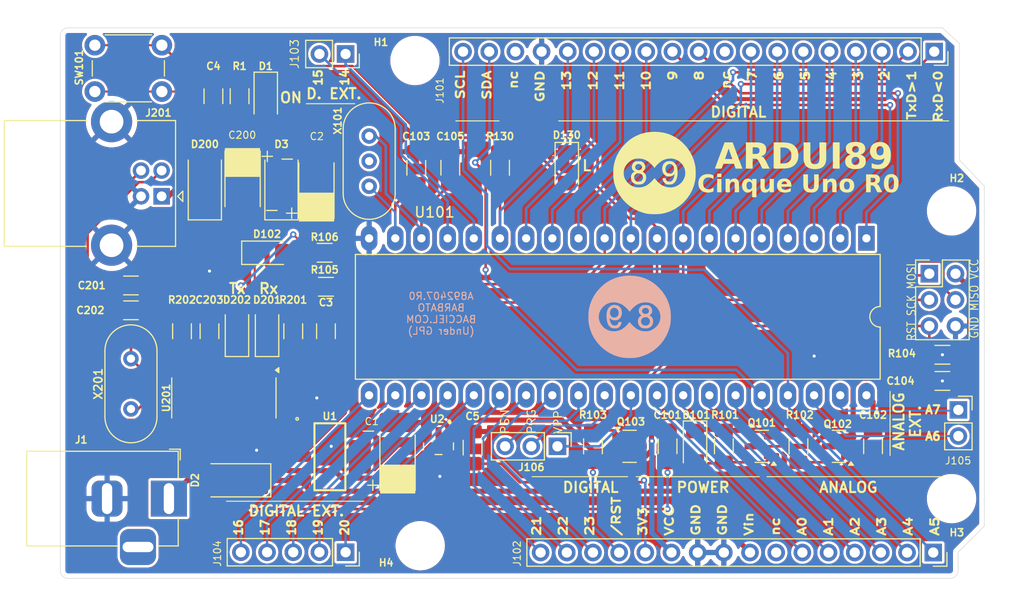
<source format=kicad_pcb>
(kicad_pcb (version 20240108) (generator "pcbnew") (generator_version "8.0")
  (title_block (title "Ardui89 Cinque  Uno") (date "2024-05-21") (rev "0") (company "C. BARBATO") (comment 1 "A892407"))
  (layers (0 "F.Cu" signal) (31 "B.Cu" signal) (34 "B.Paste" user) (35 "F.Paste" user) (36 "B.SilkS" user "B.Silkscreen") (37 "F.SilkS" user "F.Silkscreen") (38 "B.Mask" user) (39 "F.Mask" user) (44 "Edge.Cuts" user))
  (net 0 "")
  (net 1 "VCC")
  (net 2 "GND")
  (net 3 "/RESET")
  (net 4 "Net-(U201-XI)")
  (net 5 "Net-(U201-V3)")
  (net 6 "Net-(U201-XO)")
  (net 7 "/D9")
  (net 8 "/D13")
  (net 9 "/D12")
  (net 10 "/D8")
  (net 11 "/D10")
  (net 12 "/D11")
  (net 13 "/D7")
  (net 14 "/D1")
  (net 15 "/D0")
  (net 16 "/D5")
  (net 17 "/D4")
  (net 18 "/D6")
  (net 19 "/D2")
  (net 20 "/D3")
  (net 21 "/A2")
  (net 22 "/A3")
  (net 23 "/A1")
  (net 24 "/A0")
  (net 25 "/D+")
  (net 26 "/D-")
  (net 27 "/Tx")
  (net 28 "/Rx")
  (net 33 "Net-(Q102-C)")
  (net 35 "/D21")
  (net 36 "/D20")
  (net 37 "/D22")
  (net 38 "/3.3V")
  (net 39 "Net-(D3-A)")
  (net 40 "/A4_SDA")
  (net 41 "/A5_SCL")
  (net 42 "Net-(D1-A)")
  (net 43 "Net-(D200-A)")
  (net 45 "/Vin")
  (net 46 "Net-(D2-A)")
  (net 47 "Net-(D130-A)")
  (net 48 "/{slash}RST")
  (net 49 "Net-(D101-A)")
  (net 53 "Net-(U101-XTAL2)")
  (net 54 "Net-(U101-XTAL1)")
  (net 55 "Net-(D201-A)")
  (net 56 "/D14")
  (net 57 "/D15")
  (net 58 "/D23")
  (net 59 "/D17")
  (net 60 "/D18")
  (net 61 "/D19")
  (net 62 "/D16")
  (net 63 "/A6")
  (net 64 "/A7")
  (net 65 "Net-(J106-Pin_1)")
  (net 66 "Net-(J106-Pin_2)")
  (net 67 "Net-(J106-Pin_3)")
  (net 68 "/RTS")
  (net 69 "Net-(Q101-C)")
  (net 70 "Net-(Q103-B)")
  (net 72 "Net-(D202-A)")
  (net 73 "Net-(D102-A)")
  (footprint "Crystal:Crystal_HC49-4H_Vertical" (layer "F.Cu") (at 109.484 109.474 -90)
    (property "Reference" "X201")
    (property "Value" "12MHz")
  )
  (footprint "BACKCIEL:Ardu89_Uno_Analog_Power_Connector" (layer "F.Cu") (at 187.335 128.397 -90)
    (property "Reference" "J102")
    (property "Value" "Conn_01x16" (hide yes))
  )
  (footprint "Resistor_SMD:R_1206_3216Metric_Pad1.30x1.75mm_HandSolder" (layer "F.Cu") (at 154.315 117.983 -90)
    (property "Reference" "R103")
    (property "Value" "1k")
  )
  (footprint "Resistor_SMD:R_1206_3216Metric_Pad1.30x1.75mm_HandSolder" (layer "F.Cu") (at 128.28 99.187 180)
    (property "Reference" "R106")
    (property "Value" "1K")
  )
  (footprint "Package_TO_SOT_SMD:SOT-23" (layer "F.Cu") (at 157.871 117.983)
    (property "Reference" "Q103")
    (property "Value" "BC858 (S8050)")
  )
  (footprint "Button_Switch_THT:SW_PUSH_6mm" (layer "F.Cu") (at 105.98 79.03)
    (property "Reference" "SW101")
    (property "Value" "SW_Push")
  )
  (footprint "Capacitor_SMD:C_1206_3216Metric_Pad1.33x1.80mm_HandSolder" (layer "F.Cu") (at 161.554 117.983 -90)
    (property "Reference" "C101")
    (property "Value" "1µ")
  )
  (footprint "MountingHole:MountingHole_4.3mm_M4_DIN965" (layer "F.Cu") (at 189.113 95.123)
    (property "Reference" "H2")
    (property "Value" "MountingHole")
  )
  (footprint "Connector_PinSocket_2.54mm:PinSocket_1x02_P2.54mm_Vertical" (layer "F.Cu") (at 189.773 114.447)
    (property "Reference" "J105")
    (property "Value" "Extented Port")
  )
  (footprint "Package_DIP:DIP-40_W15.24mm_LongPads" (layer "F.Cu") (at 180.853 97.785 -90)
    (property "Reference" "U101")
    (property "Value" "89C5x")
  )
  (footprint "BACKCIEL:Crystal_HC49-U-3PinB_Vertical" (layer "F.Cu") (at 132.598 87.847 -90)
    (property "Reference" "X101")
    (property "Value" "11.0592MHz")
  )
  (footprint "Connector_PinHeader_2.54mm:PinHeader_1x03_P2.54mm_Vertical" (layer "F.Cu") (at 150.871 117.983 -90)
    (property "Reference" "J106")
    (property "Value" "Conn_01x03")
  )
  (footprint "Diode_SMD:D_MELF" (layer "F.Cu") (at 116.653 92.581125 90)
    (property "Reference" "D200")
    (property "Value" "SM34")
  )
  (footprint "Diode_SMD:D_1206_3216Metric_Pad1.42x1.75mm_HandSolder" (layer "F.Cu") (at 122.692 99.187)
    (property "Reference" "D102")
    (property "Value" "1N5819W")
  )
  (footprint "PRJ:SOT95P280X145-5N" (layer "F.Cu") (at 139.329 117.983 -90)
    (property "Reference" "U2")
    (property "Value" "LP2985-33DBVR")
  )
  (footprint "MountingHole:MountingHole_4.3mm_M4_DIN965" (layer "F.Cu") (at 189.113 123.063)
    (property "Reference" "H3")
    (property "Value" "MountingHole")
  )
  (footprint "Package_SO:SOIC-16_3.9x9.9mm_P1.27mm" (layer "F.Cu") (at 118.501 113.284 -90)
    (property "Reference" "U201")
    (property "Value" "CH340G")
  )
  (footprint "BACKCIEL:Ardu89_Uno_Digital_Connector" (layer "F.Cu") (at 187.325 79.629 -90)
    (property "Reference" "J101")
    (property "Value" "Conn_01x19" (hide yes))
  )
  (footprint "Connector_PinSocket_2.54mm:PinSocket_1x02_P2.54mm_Vertical" (layer "F.Cu") (at 130.312 79.883 -90)
    (property "Reference" "J103")
    (property "Value" "Extented Port")
  )
  (footprint "Resistor_SMD:R_1206_3216Metric_Pad1.30x1.75mm_HandSolder" (layer "F.Cu") (at 120.025 83.9835 90)
    (property "Reference" "R1")
    (property "Value" "1K")
  )
  (footprint "Package_TO_SOT_SMD:SOT-23" (layer "F.Cu") (at 170.698 117.983 180)
    (property "Reference" "Q101")
    (property "Value" "BC858 (S8050)")
  )
  (footprint "Resistor_SMD:R_1206_3216Metric_Pad1.30x1.75mm_HandSolder" (layer "F.Cu") (at 114.437 106.807 -90)
    (property "Reference" "R202")
    (property "Value" "1k")
  )
  (footprint "Capacitor_SMD:C_1206_3216Metric_Pad1.33x1.80mm_HandSolder" (layer "F.Cu") (at 188.224 111.633 180)
    (property "Reference" "C104")
    (property "Value" "100n")
  )
  (footprint "Diode_SMD:D_MELF" (layer "F.Cu") (at 124.089 92.583 90)
    (property "Reference" "D3")
    (property "Value" "SM34")
  )
  (footprint "Capacitor_SMD:C_1206_3216Metric_Pad1.33x1.80mm_HandSolder" (layer "F.Cu") (at 109.484 104.775 180)
    (property "Reference" "C202")
    (property "Value" "27p")
  )
  (footprint "Resistor_SMD:R_1206_3216Metric_Pad1.30x1.75mm_HandSolder" (layer "F.Cu") (at 167.015 117.983 -90)
    (property "Reference" "R101")
    (property "Value" "1k")
  )
  (footprint "BACKCIEL:C_2512_Pol_Tantale_Trainning" (layer "F.Cu") (at 135.519 118.999 90)
    (property "Reference" "C1")
    (property "Value" "10µ")
  )
  (footprint "Resistor_SMD:R_1206_3216Metric_Pad1.30x1.75mm_HandSolder" (layer "F.Cu") (at 188.224 109.093 180)
    (property "Reference" "R104")
    (property "Value" "10K")
  )
  (footprint "Diode_SMD:D_1206_3216Metric_Pad1.42x1.75mm_HandSolder" (layer "F.Cu") (at 122.565 84.1105 -90)
    (property "Reference" "D1")
    (property "Value" "LED")
  )
  (footprint "Connector_PinHeader_2.54mm:PinHeader_2x03_P2.54mm_Vertical" (layer "F.Cu") (at 186.954 101.219)
    (property "Reference" "ICSP101" (hide yes))
    (property "Value" "M20-9980346")
  )
  (footprint "Connector_PinSocket_2.54mm:PinSocket_1x05_P2.54mm_Vertical" (layer "F.Cu") (at 130.312 128.27 -90)
    (property "Reference" "J104")
    (property "Value" "Extended Port")
  )
  (footprint "Diode_SMD:D_1206_3216Metric_Pad1.42x1.75mm_HandSolder" (layer "F.Cu") (at 151.775 90.932 -90)
    (property "Reference" "D130")
    (property "Value" "BUILTIN_LED")
  )
  (footprint "Diode_SMD:D_1206_3216Metric_Pad1.42x1.75mm_HandSolder" (layer "F.Cu") (at 122.692 106.807 90)
    (property "Reference" "D201")
    (property "Value" "Rx LED")
  )
  (footprint "Resistor_SMD:R_1206_3216Metric_Pad1.30x1.75mm_HandSolder" (layer "F.Cu") (at 128.407 102.489 180)
    (property "Reference" "R105")
    (property "Value" "1K")
  )
  (footprint "Diode_SMD:D_1206_3216Metric_Pad1.42x1.75mm_HandSolder" (layer "F.Cu") (at 119.771 106.807 90)
    (property "Reference" "D202")
    (property "Value" "Tx LED")
  )
  (footprint "Diode_SMD:D_MELF" (layer "F.Cu") (at 119.644 121.285 180)
    (property "Reference" "D2")
    (property "Value" "SM34")
  )
  (footprint "Capacitor_SMD:C_1206_3216Metric_Pad1.33x1.80mm_HandSolder" (layer "F.Cu") (at 140.472 90.932 90)
    (property "Reference" "C105")
    (property "Value" "22p")
  )
  (footprint "Capacitor_SMD:C_1206_3216Metric_Pad1.33x1.80mm_HandSolder" (layer "F.Cu") (at 117.104 106.807 90)
    (property "Reference" "C203")
    (property "Value" "100n")
  )
  (footprint "Diode_SMD:D_1206_3216Metric_Pad1.42x1.75mm_HandSolder" (layer "F.Cu") (at 164.221 117.983 -90)
    (property "Reference" "D101")
    (property "Value" "1N5819W")
  )
  (footprint "Resistor_SMD:R_1206_3216Metric_Pad1.30x1.75mm_HandSolder" (layer "F.Cu") (at 174.254 117.983 90)
    (property "Reference" "R102")
    (property "Value" "4k7")
  )
  (footprint "PRJ:ardu89_logo_8mmx8mm" (layer "F.Cu") (at 160.284 91.44)
    (property "Reference" "G***" (hide yes))
    (property "Value" "LOGO" (hide yes))
  )
  (footprint "Capacitor_SMD:C_1206_3216Metric_Pad1.33x1.80mm_HandSolder" (layer "F.Cu") (at 181.493 117.983 -90)
    (property "Reference" "C102")
    (property "Value" "100n")
  )
  (footprint "BACKCIEL:C_2512_Pol_Tantale_Trainning" (layer "F.Cu") (at 127.645 92.583 90)
    (property "Reference" "C2")
    (property "Value" "10µ")
  )
  (footprint "Capacitor_SMD:C_1206_3216Metric_Pad1.33x1.80mm_HandSolder" (layer "F.Cu") (at 109.484 102.362 180)
    (property "Reference" "C201")
    (property "Value" "27p")
  )
  (footprint "Resistor_SMD:R_1206_3216Metric_Pad1.30x1.75mm_HandSolder" (layer "F.Cu") (at 145.298 90.932 -90)
    (property "Reference" "R130")
    (property "Value" "1k")
  )
  (footprint "Package_TO_SOT_SMD:SOT-23" (layer "F.Cu") (at 178.191 117.983 180)
    (property "Reference" "Q102")
    (property "Value" "MMBTA2907")
  )
  (footprint "LD1117S50TR:SOT230P700X180-4N" (layer "F.Cu") (at 128.788 118.999)
    (property "Reference" "U1")
    (property "Value" "LD1117S50TR")
  )
  (footprint "Capacitor_SMD:C_1206_3216Metric_Pad1.33x1.80mm_HandSolder" (layer "F.Cu") (at 137.17 90.932 90)
    (property "Reference" "C103")
    (property "Value" "22p")
  )
  (footprint "BACKCIEL:C_2512_Pol_Tantale_Trainning" (layer "F.Cu") (at 120.152 92.583 -90)
    (property "Reference" "C200")
    (property "Value" "10µ")
  )
  (footprint "Resistor_SMD:R_1206_3216Metric_Pad1.30x1.75mm_HandSolder" (layer "F.Cu") (at 125.232 106.807 90)
    (property "Reference" "R201")
    (property "Value" "1k")
  )
  (footprint "Capacitor_SMD:C_1206_3216Metric_Pad1.33x1.80mm_HandSolder" (layer "F.Cu") (at 142.631 118.11 90)
    (property "Reference" "C5")
    (property "Value" "100n")
  )
  (footprint "MountingHole:MountingHole_4.3mm_M4_DIN965" (layer "F.Cu") (at 137.043 80.518)
    (property "Reference" "H1")
    (property "Value" "Mounting Hole 4.3mm")
  )
  (footprint "Connector_USB:USB_B_Lumberg_2411_02_Horizontal" (layer "F.Cu") (at 112.4615 93.704491 180)
    (property "Reference" "J201")
    (property "Value" "USB_TYPE_B")
  )
  (footprint "Capacitor_SMD:C_1206_3216Metric_Pad1.33x1.80mm_HandSolder" (layer "F.Cu") (at 128.407 106.805491 -90)
    (property "Reference" "C3")
    (property "Value" "100n")
  )
  (footprint "MountingHole:MountingHole_4.3mm_M4_DIN965" (layer "F.Cu") (at 137.551 127.635)
    (property "Reference" "H4")
    (property "Value" "MountingHole")
  )
  (footprint "Connector_BarrelJack:BarrelJack_Horizontal" (layer "F.Cu") (at 113.167 123.061491)
    (property "Reference" "J1")
    (property "Value" "Jack-DC")
  )
  (footprint "Capacitor_SMD:C_1206_3216Metric_Pad1.33x1.80mm_HandSolder" (layer "F.Cu") (at 117.485 83.985009 -90)
    (property "Reference" "C4")
    (property "Value" "100n")
  )
  (footprint "PRJ:ardu89_logo_8mmx8mm" (layer "B.Cu") (at 157.871 105.41 180)
    (property "Reference" "G***" (hide yes))
    (property "Value" "LOGO" (hide yes))
  )
  (gr_line (start 118.755 123.317) (end 132.09 123.317) (stroke (width 0.1)) (layer "F.SilkS"))
  (gr_line (start 183.144 118.872) (end 183.144 112.649) (stroke (width 0.1)) (layer "F.SilkS"))
  (gr_line (start 126.502 84.709) (end 131.201 84.709) (stroke (width 0.1)) (layer "F.SilkS"))
  (gr_line (start 189.748 128.27) (end 189.748 130.048) (stroke (width 0.05)) (layer "Edge.Cuts"))
  (gr_arc (start 189.748 130.048) (mid 189.511464 130.58823) (end 188.96512 130.810278) (stroke (width 0.05)) (layer "Edge.Cuts"))
  (gr_line (start 102.626 130.048) (end 102.626 78.105) (stroke (width 0.05)) (layer "Edge.Cuts"))
  (gr_line (start 188.224 77.343) (end 189.875 78.867) (stroke (width 0.05)) (layer "Edge.Cuts"))
  (gr_line (start 189.875 90.17) (end 192.288 92.71) (stroke (width 0.05)) (layer "Edge.Cuts"))
  (gr_arc (start 103.388 130.81) (mid 102.849185 130.586815) (end 102.626 130.048) (stroke (width 0.05)) (layer "Edge.Cuts"))
  (gr_line (start 192.288 125.73) (end 189.748 128.27) (stroke (width 0.05)) (layer "Edge.Cuts"))
  (gr_line (start 103.388 77.343) (end 188.224 77.343) (stroke (width 0.05)) (layer "Edge.Cuts"))
  (gr_line (start 189.875 78.867) (end 189.875 90.17) (stroke (width 0.05)) (layer "Edge.Cuts"))
  (gr_line (start 188.96512 130.810278) (end 103.388 130.81) (stroke (width 0.05)) (layer "Edge.Cuts"))
  (gr_line (start 192.288 92.71) (end 192.288 125.73) (stroke (width 0.05)) (layer "Edge.Cuts"))
  (gr_arc (start 102.626 78.104999) (mid 102.849185 77.566184) (end 103.388 77.342999) (stroke (width 0.05)) (layer "Edge.Cuts"))
  (gr_text "A892407.R0\nBARBATO\nBACCIEL.COM\n(Under GPL)" (at 139.583 107.188 0) (layer "B.SilkS") (effects (font (size 0.7 0.7) (thickness 0.1)) (justify bottom mirror)))
  (gr_text "ON\n" (at 123.835 84.709 0) (layer "F.SilkS") (effects (font (size 1 1) (thickness 0.2) (bold yes)) (justify left bottom)))
  (gr_text "15\n\n14" (at 130.693 83.058 90) (layer "F.SilkS") (effects (font (size 0.8 0.8) (thickness 0.2) (bold yes)) (justify left bottom)))
  (gr_text "D. EXT." (at 126.375 84.328 0) (layer "F.SilkS") (effects (font (size 1 1) (thickness 0.2) (bold yes)) (justify left bottom)))
  (gr_text "16\n\n17\n\n18\n\n19\n\n20" (at 130.693 126.746 90) (layer "F.SilkS") (effects (font (size 0.8 0.8) (thickness 0.2) (bold yes)) (justify left bottom)))
  (gr_text "ANALOG\nEXT." (at 186.192 115.57 90) (layer "F.SilkS") (effects (font (size 1 1) (thickness 0.2) (bold yes)) (justify bottom)))
  (gr_text "L" (at 153.172 91.313 0) (layer "F.SilkS") (effects (font (size 1 1) (thickness 0.2) (bold yes)) (justify left bottom)))
  (gr_text "A7\n\nA6" (at 186.446 117.475 0) (layer "F.SilkS") (effects (font (size 0.8 0.8) (thickness 0.2) (bold yes)) (justify left bottom)))
  (gr_text "Cinque Uno R0" (at 174.254 93.599 0) (layer "F.SilkS") (effects (font (size 1.7 1.7) (thickness 0.3) (bold yes)) (justify bottom)))
  (gr_text "ARDUI89" (at 166.126 91.44 0) (layer "F.SilkS") (effects (font (size 2.5 2.5) (thickness 0.3) (bold yes)) (justify left bottom)))
  (gr_text "PSN\n\nPRG\n\nVPP" (at 151.394 116.84 90) (layer "F.SilkS") (effects (font (size 0.8 0.8) (thickness 0.1)) (justify left bottom)))
  (gr_text "DIGITAL EXT." (at 120.787 124.841 0) (layer "F.SilkS") (effects (font (size 1 1) (thickness 0.2) (bold yes)) (justify left bottom)))
  (segment (start 122.946 115.759) (end 122.946 118.532) (width 0.5) (layer "F.Cu") (net 1))
  (segment (start 188.478 113.142) (end 183.637 113.142) (width 0.5) (layer "F.Cu") (net 1))
  (segment (start 154.293122 118.433) (end 156.4335 118.433) (width 0.5) (layer "F.Cu") (net 1))
  (segment (start 160.03 117.475) (end 159.996 117.441) (width 0.5) (layer "F.Cu") (net 1))
  (segment (start 166.915 116.333) (end 167.015 116.433) (width 0.5) (layer "F.Cu") (net 1))
  (segment (start 124.089 94.983) (end 124.089 96.52) (width 0.5) (layer "F.Cu") (net 1))
  (segment (start 172.669 117.033) (end 173.619 117.983) (width 0.5) (layer "F.Cu") (net 1))
  (segment (start 173.619 117.983) (end 175.663316 117.983) (width 0.5) (layer "F.Cu") (net 1))
  (segment (start 105.98 83.53) (end 116.377509 83.53) (width 0.2) (layer "F.Cu") (net 1))
  (segment (start 122.692 100.345878) (end 126.557 104.210878) (width 0.5) (layer "F.Cu") (net 1))
  (segment (start 122.946 118.532) (end 124.763 120.349) (width 0.5) (layer "F.Cu") (net 1))
  (segment (start 190.874 102.599) (end 189.494 101.219) (width 0.5) (layer "F.Cu") (net 1))
  (segment (start 125.232 113.473) (end 125.232 108.357) (width 0.5) (layer "F.Cu") (net 1))
  (segment (start 180.335233 111.375) (end 179.563 112.147233) (width 0.5) (layer "F.Cu") (net 1))
  (segment (start 189.7865 111.633) (end 190.874 110.5455) (width 0.5) (layer "F.Cu") (net 1))
  (segment (start 120.318 85.8265) (end 120.025 85.5335) (width 0.5) (layer "F.Cu") (net 1))
  (segment (start 156.9335 118.933) (end 159.141 118.933) (width 0.5) (layer "F.Cu") (net 1))
  (segment (start 114.437 97.197125) (end 114.437 105.257) (width 0.5) (layer "F.Cu") (net 1))
  (segment (start 120.318 89.24175) (end 120.318 85.8265) (width 0.5) (layer "F.Cu") (net 1))
  (segment (start 122.692 97.917) (end 122.692 100.345878) (width 0.5) (layer "F.Cu") (net 1))
  (segment (start 129.974 121.074) (end 133.233 121.074) (width 0.5) (layer "F.Cu") (net 1))
  (segment (start 181.87 111.375) (end 180.335233 111.375) (width 0.5) (layer "F.Cu") (net 1))
  (segment (start 120.422125 91.316125) (end 124.089 94.983) (width 0.5) (layer "F.Cu") (net 1))
  (segment (start 124.763 120.349) (end 129.249 120.349) (width 0.5) (layer "F.Cu") (net 1))
  (segment (start 151.295122 115.435) (end 154.293122 118.433) (width 0.5) (layer "F.Cu") (net 1))
  (segment (start 175.663316 117.983) (end 176.613316 117.033) (width 0.5) (layer "F.Cu") (net 1))
  (segment (start 179.563 112.147233) (end 179.563 116.5985) (width 0.5) (layer "F.Cu") (net 1))
  (segment (start 138.379 117.028) (end 138.379 116.728) (width 0.5) (layer "F.Cu") (net 1))
  (segment (start 120.025 85.5335) (end 120.025 84.962509) (width 0.5) (layer "F.Cu") (net 1))
  (segment (start 160.665 115.189) (end 163.204 115.189) (width 0.5) (layer "F.Cu") (net 1))
  (segment (start 179.563 116.5985) (end 179.1285 117.033) (width 0.5) (layer "F.Cu") (net 1))
  (segment (start 138.379 116.22392) (end 138.379 116.728) (width 0.5) (layer "F.Cu") (net 1))
  (segment (start 159.448684 118.933) (end 159.996 118.385684) (width 0.5) (layer "F.Cu") (net 1))
  (segment (start 116.377509 83.53) (end 117.485 82.422509) (width 0.2) (layer "F.Cu") (net 1))
  (segment (start 159.996 118.385684) (end 159.996 117.856) (width 0.5) (layer "F.Cu") (net 1))
  (segment (start 120.318 91.316125) (end 120.318 89.24175) (width 0.5) (layer "F.Cu") (net 1))
  (segment (start 141.572 115.435) (end 151.295122 115.435) (width 0.5) (layer "F.Cu") (net 1))
  (segment (start 159.996 115.858) (end 160.665 115.189) (width 0.5) (layer "F.Cu") (net 1))
  (segment (start 126.557 104.210878) (end 126.557 107.032) (width 0.5) (layer "F.Cu") (net 1))
  (segment (start 139.828999 115.673) (end 138.92992 115.673) (width 0.5) (layer "F.Cu") (net 1))
  (segment (start 159.996 117.856) (end 159.996 117.509) (width 0.5) (layer "F.Cu") (net 1))
  (segment (start 126.557 107.032) (end 125.232 108.357) (width 0.5) (layer "F.Cu") (net 1))
  (segment (start 164.348 116.333) (end 166.915 116.333) (width 0.5) (layer "F.Cu") (net 1))
  (segment (start 167.015 116.433) (end 171.0355 116.433) (width 0.5) (layer "F.Cu") (net 1))
  (segment (start 140.279 116.728) (end 140.279 116.123001) (width 0.5) (layer "F.Cu") (net 1))
  (segment (start 120.025 84.962509) (end 117.485 82.422509) (width 0.5) (layer "F.Cu") (net 1))
  (segment (start 124.089 96.52) (end 122.692 97.917) (width 0.5) (layer "F.Cu") (net 1))
  (segment (start 120.318 91.316125) (end 120.422125 91.316125) (width 0.5) (layer "F.Cu") (net 1))
  (segment (start 140.279 116.123001) (end 139.828999 115.673) (width 0.5) (layer "F.Cu") (net 1))
  (segment (start 159.141 118.933) (end 159.448684 118.933) (width 0.5) (layer "F.Cu") (net 1))
  (segment (start 120.025 85.5335) (end 120.03875 85.5335) (width 0.5) (layer "F.Cu") (net 1))
  (segment (start 176.613316 117.033) (end 179.1285 117.033) (width 0.5) (layer "F.Cu") (net 1))
  (segment (start 171.0355 116.433) (end 171.6355 117.033) (width 0.5) (layer "F.Cu") (net 1))
  (segment (start 116.653 94.981125) (end 120.318 91.316125) (width 0.5) (layer "F.Cu") (net 1))
  (segment (start 189.7865 111.633) (end 189.7865 111.8335) (width 0.5) (layer "F.Cu") (net 1))
  (segment (start 190.874 110.5455) (end 190.874 102.599) (width 0.5) (layer "F.Cu") (net 1))
  (segment (start 138.92992 115.673) (end 138.379 116.22392) (width 0.5) (layer "F.Cu") (net 1))
  (segment (start 116.653 94.981125) (end 114.437 97.197125) (width 0.5) (layer "F.Cu") (net 1))
  (segment (start 159.996 117.509) (end 160.03 117.475) (width 0.5) (layer "F.Cu") (net 1))
  (segment (start 140.279 116.728) (end 141.572 115.435) (width 0.5) (layer "F.Cu") (net 1))
  (segment (start 136.8525 118.5545) (end 138.379 117.028) (width 0.5) (layer "F.Cu") (net 1))
  (segment (start 171.6355 117.033) (end 172.669 117.033) (width 0.5) (layer "F.Cu") (net 1))
  (segment (start 129.249 120.349) (end 129.974 121.074) (width 0.5) (layer "F.Cu") (net 1))
  (segment (start 135.7525 118.5545) (end 136.8525 118.5545) (width 0.5) (layer "F.Cu") (net 1))
  (segment (start 133.233 121.074) (end 135.7525 118.5545) (width 0.5) (layer "F.Cu") (net 1))
  (segment (start 159.996 117.441) (end 159.996 115.858) (width 0.5) (layer "F.Cu") (net 1))
  (segment (start 163.204 115.189) (end 164.348 116.333) (width 0.5) (layer "F.Cu") (net 1))
  (segment (start 189.7865 111.8335) (end 188.478 113.142) (width 0.5) (layer "F.Cu") (net 1))
  (segment (start 122.946 115.759) (end 125.232 113.473) (width 0.5) (layer "F.Cu") (net 1))
  (segment (start 156.4335 118.433) (end 156.9335 118.933) (width 0.5) (layer "F.Cu") (net 1))
  (segment (start 183.637 113.142) (end 181.87 111.375) (width 0.5) (layer "F.Cu") (net 1))
  (via (at 160.03 117.475) (size 0.6) (drill 0.3) (layers "F.Cu" "B.Cu") (net 1))
  (segment (start 160.03 117.475) (end 160.03 126.393) (width 0.5) (layer "B.Cu") (net 1))
  (segment (start 160.03 126.393) (end 161.935 128.298) (width 0.5) (layer "B.Cu") (net 1))
  (via (at 127.518 113.284) (size 0.6) (drill 0.3) (layers "F.Cu" "B.Cu") (net 2))
  (via (at 188.224 109.093) (size 0.6) (drill 0.3) (layers "F.Cu" "B.Cu") (net 2))
  (via (at 139.456 120.904) (size 0.6) (drill 0.3) (layers "F.Cu" "B.Cu") (net 2))
  (via (at 128.915 117.983) (size 0.6) (drill 0.3) (layers "F.Cu" "B.Cu") (net 2))
  (via (at 188.224 111.633) (size 0.6) (drill 0.3) (layers "F.Cu" "B.Cu") (net 2))
  (via (at 121.676 118.364) (size 0.6) (drill 0.3) (layers "F.Cu" "B.Cu") (net 2))
  (via (at 175.778 109.22) (size 0.6) (drill 0.3) (layers "F.Cu" "B.Cu") (net 2))
  (via (at 117.104 100.965) (size 0.6) (drill 0.3) (layers "F.Cu" "B.Cu") (net 2))
  (segment (start 186.954 108.813) (end 186.674 109.093) (width 0.25) (layer "F.Cu") (net 3))
  (segment (start 160.533 97.785) (end 160.533 101.976) (width 0.25) (layer "F.Cu") (net 3))
  (segment (start 153.553 88.011) (end 137.932 88.011) (width 0.25) (layer "F.Cu") (net 3))
  (segment (start 160.533 101.976) (end 164.825682 106.268682) (width 0.25) (layer "F.Cu") (net 3))
  (segment (start 159.237682 111.887) (end 160.141841 110.982841) (width 0.2) (layer "F.Cu") (net 3))
  (segment (start 186.674 109.093) (end 186.674 111.6205) (width 0.25) (layer "F.Cu") (net 3))
  (segment (start 160.533 96.769) (end 159.649 95.885) (width 0.25) (layer "F.Cu") (net 3))
  (segment (start 160.533 97.785) (end 160.533 96.769) (width 0.25) (layer "F.Cu") (net 3))
  (segment (start 114.508 81.058) (end 112.48 79.03) (width 0.25) (layer "F.Cu") (net 3))
  (segment (start 164.825682 106.268682) (end 164.825682 106.299) (width 0.25) (layer "F.Cu") (net 3))
  (segment (start 137.932 88.011) (end 130.979 81.058) (width 0.25) (layer "F.Cu") (net 3))
  (segment (start 186.954 106.299) (end 164.825682 106.299) (width 0.25) (layer "F.Cu") (net 3))
  (segment (start 159.237682 117.553818) (end 159.237682 111.887) (width 0.2) (layer "F.Cu") (net 3))
  (segment (start 157.871 95.885) (end 154.7595 92.7735) (width 0.25) (layer "F.Cu") (net 3))
  (segment (start 154.7595 89.2175) (end 153.553 88.011) (width 0.25) (layer "F.Cu") (net 3))
  (segment (start 159.649 95.885) (end 157.871 95.885) (width 0.25) (layer "F.Cu") (net 3))
  (segment (start 105.98 79.03) (end 112.48 79.03) (width 0.2) (layer "F.Cu") (net 3))
  (segment (start 164.825682 106.299) (end 160.141841 110.982841) (width 0.25) (layer "F.Cu") (net 3))
  (segment (start 130.979 81.058) (end 114.508 81.058) (width 0.25) (layer "F.Cu") (net 3))
  (segment (start 154.7595 92.7735) (end 154.7595 89.2175) (width 0.25) (layer "F.Cu") (net 3))
  (segment (start 158.8085 117.983) (end 159.237682 117.553818) (width 0.2) (layer "F.Cu") (net 3))
  (segment (start 186.954 106.299) (end 186.954 108.813) (width 0.25) (layer "F.Cu") (net 3))
  (segment (start 112.034 108.976) (end 112.567 109.509) (width 0.25) (layer "F.Cu") (net 4))
  (segment (start 115.326 112.141) (end 115.326 110.809) (width 0.25) (layer "F.Cu") (net 4))
  (segment (start 112.034 103.3495) (end 112.034 108.976) (width 0.25) (layer "F.Cu") (net 4))
  (segment (start 115.072 112.395) (end 115.326 112.141) (width 0.25) (layer "F.Cu") (net 4))
  (segment (start 110.192 114.354) (end 112.151 112.395) (width 0.25) (layer "F.Cu") (net 4))
  (segment (start 109.484 114.354) (end 110.192 114.354) (width 0.25) (layer "F.Cu") (net 4))
  (segment (start 111.0465 102.362) (end 112.034 103.3495) (width 0.25) (layer "F.Cu") (net 4))
  (segment (start 115.326 110.109) (end 115.326 110.809) (width 0.25) (layer "F.Cu") (net 4))
  (segment (start 114.726 109.509) (end 115.326 110.109) (width 0.25) (layer "F.Cu") (net 4))
  (segment (start 112.567 109.509) (end 114.726 109.509) (width 0.25) (layer "F.Cu") (net 4))
  (segment (start 112.151 112.395) (end 115.072 112.395) (width 0.25) (layer "F.Cu") (net 4))
  (segment (start 119.136 110.809) (end 119.136 110.4015) (width 0.2) (layer "F.Cu") (net 5))
  (segment (start 119.136 110.4015) (end 117.104 108.3695) (width 0.2) (layer "F.Cu") (net 5))
  (segment (start 111.0465 104.775) (end 109.484 106.3375) (width 0.25) (layer "F.Cu") (net 6))
  (segment (start 109.484 109.474) (end 110.819 110.809) (width 0.25) (layer "F.Cu") (net 6))
  (segment (start 110.819 110.809) (end 114.056 110.809) (width 0.25) (layer "F.Cu") (net 6))
  (segment (start 109.484 106.3375) (end 109.484 109.474) (width 0.25) (layer "F.Cu") (net 6))
  (segment (start 167.215 84.836) (end 162.03 79.651) (width 0.25) (layer "F.Cu") (net 7))
  (segment (start 183.144 84.836) (end 167.215 84.836) (width 0.25) (layer "F.Cu") (net 7))
  (via (at 183.144 84.836) (size 0.6) (drill 0.3) (layers "F.Cu" "B.Cu") (net 7))
  (segment (start 183.139 84.841) (end 183.144 84.836) (width 0.25) (layer "B.Cu") (net 7))
  (segment (start 183.139 90.302) (end 183.139 84.841) (width 0.25) (layer "B.Cu") (net 7))
  (segment (start 178.313 97.785) (end 178.313 95.128) (width 0.25) (layer "B.Cu") (net 7))
  (segment (start 183.144 84.836) (end 183.139 84.831) (width 0.25) (layer "B.Cu") (net 7))
  (segment (start 178.313 95.128) (end 183.139 90.302) (width 0.25) (layer "B.Cu") (net 7))
  (segment (start 145.298 97.78) (end 145.293 97.785) (width 0.25) (layer "F.Cu") (net 8))
  (segment (start 145.298 92.482) (end 145.298 97.78) (width 0.25) (layer "F.Cu") (net 8))
  (segment (start 145.293 95.128) (end 151.87 88.551) (width 0.25) (layer "B.Cu") (net 8))
  (segment (start 145.293 97.785) (end 145.293 95.128) (width 0.25) (layer "B.Cu") (net 8))
  (segment (start 151.87 88.551) (end 151.87 79.651) (width 0.25) (layer "B.Cu") (net 8))
  (segment (start 147.833 95.128) (end 147.833 97.785) (width 0.25) (layer "B.Cu") (net 9))
  (segment (start 154.41 88.297) (end 147.838 94.869) (width 0.25) (layer "B.Cu") (net 9))
  (segment (start 154.41 79.651) (end 154.41 88.297) (width 0.25) (layer "B.Cu") (net 9))
  (segment (start 147.838 95.123) (end 147.833 95.128) (width 0.25) (layer "B.Cu") (net 9))
  (segment (start 147.838 94.869) (end 147.838 95.123) (width 0.25) (layer "B.Cu") (net 9))
  (segment (start 183.906 83.693) (end 168.612 83.693) (width 0.25) (layer "F.Cu") (net 10))
  (segment (start 168.612 83.693) (end 164.57 79.651) (width 0.25) (layer "F.Cu") (net 10))
  (via (at 183.906 83.693) (size 0.6) (drill 0.3) (layers "F.Cu" "B.Cu") (net 10))
  (segment (start 180.853 97.785) (end 180.853 95.255) (width 0.25) (layer "B.Cu") (net 10))
  (segment (start 183.906 92.202) (end 183.906 83.693) (width 0.25) (layer "B.Cu") (net 10))
  (segment (start 180.853 95.255) (end 183.906 92.202) (width 0.25) (layer "B.Cu") (net 10))
  (segment (start 159.49 88.551) (end 159.49 79.651) (width 0.25) (layer "B.Cu") (net 11))
  (segment (start 152.913 97.785) (end 152.913 95.128) (width 0.25) (layer "B.Cu") (net 11))
  (segment (start 152.913 95.128) (end 159.49 88.551) (width 0.25) (layer "B.Cu") (net 11))
  (segment (start 156.95 88.424) (end 156.95 79.651) (width 0.25) (layer "B.Cu") (net 12))
  (segment (start 150.373 97.785) (end 150.373 95.001) (width 0.25) (layer "B.Cu") (net 12))
  (segment (start 150.373 95.001) (end 156.95 88.424) (width 0.25) (layer "B.Cu") (net 12))
  (segment (start 163.073 101.849) (end 163.073 97.785) (width 0.25) (layer "F.Cu") (net 13))
  (segment (start 186.954 103.759) (end 164.983 103.759) (width 0.25) (layer "F.Cu") (net 13))
  (segment (start 164.983 103.759) (end 163.073 101.849) (width 0.25) (layer "F.Cu") (net 13))
  (segment (start 163.073 97.785) (end 163.073 95.128) (width 0.25) (layer "B.Cu") (net 13))
  (segment (start 163.073 95.128) (end 169.65 88.551) (width 0.25) (layer "B.Cu") (net 13))
  (segment (start 169.65 88.551) (end 169.65 79.651) (width 0.25) (layer "B.Cu") (net 13))
  (segment (start 153.172 102.235) (end 132.878 102.235) (width 0.25) (layer "F.Cu") (net 14))
  (segment (start 155.453 99.954) (end 153.172 102.235) (width 0.25) (layer "F.Cu") (net 14))
  (segment (start 132.878 102.235) (end 129.83 99.187) (width 0.25) (layer "F.Cu") (net 14))
  (segment (start 182.88 81.661) (end 184.89 79.651) (width 0.25) (layer "F.Cu") (net 14))
  (segment (start 167.904 81.661) (end 182.88 81.661) (width 0.25) (layer "F.Cu") (net 14))
  (segment (start 155.453 97.785) (end 155.453 99.954) (width 0.25) (layer "F.Cu") (net 14))
  (via (at 167.904 81.661) (size 0.6) (drill 0.3) (layers "F.Cu" "B.Cu") (net 14))
  (segment (start 167.904 82.423) (end 167.904 81.661) (width 0.25) (layer "B.Cu") (net 14))
  (segment (start 155.453 94.874) (end 167.904 82.423) (width 0.25) (layer "B.Cu") (net 14))
  (segment (start 155.453 97.785) (end 155.453 94.874) (width 0.25) (layer "B.Cu") (net 14))
  (segment (start 154.315 104.013) (end 130.439 104.013) (width 0.25) (layer "F.Cu") (net 15))
  (segment (start 129.957 103.531) (end 129.957 102.489) (width 0.25) (layer "F.Cu") (net 15))
  (segment (start 184.277 82.804) (end 187.43 79.651) (width 0.25) (layer "F.Cu") (net 15))
  (segment (start 168.666 82.804) (end 184.277 82.804) (width 0.25) (layer "F.Cu") (net 15))
  (segment (start 157.993 97.785) (end 157.993 100.335) (width 0.25) (layer "F.Cu") (net 15))
  (segment (start 130.439 104.013) (end 129.957 103.531) (width 0.25) (layer "F.Cu") (net 15))
  (segment (start 157.993 100.335) (end 154.315 104.013) (width 0.25) (layer "F.Cu") (net 15))
  (via (at 168.666 82.804) (size 0.6) (drill 0.3) (layers "F.Cu" "B.Cu") (net 15))
  (segment (start 157.993 95.255) (end 168.666 84.582) (width 0.25) (layer "B.Cu") (net 15))
  (segment (start 157.993 97.785) (end 157.993 95.255) (width 0.25) (layer "B.Cu") (net 15))
  (segment (start 168.666 84.582) (end 168.666 82.804) (width 0.25) (layer "B.Cu") (net 15))
  (segment (start 168.153 99.69) (end 168.507 100.044) (width 0.25) (layer "F.Cu") (net 16))
  (segment (start 188.129 100.044) (end 188.319 100.234) (width 0.25) (layer "F.Cu") (net 16))
  (segment (start 188.319 100.234) (end 188.319 102.584) (width 0.25) (layer "F.Cu") (net 16))
  (segment (start 168.153 97.785) (end 168.153 99.69) (width 0.25) (layer "F.Cu") (net 16))
  (segment (start 168.507 100.044) (end 188.129 100.044) (width 0.25) (layer "F.Cu") (net 16))
  (segment (start 188.319 102.584) (end 189.494 103.759) (width 0.25) (layer "F.Cu") (net 16))
  (segment (start 168.153 95.128) (end 174.73 88.551) (width 0.25) (layer "B.Cu") (net 16))
  (segment (start 168.153 97.785) (end 168.153 95.128) (width 0.25) (layer "B.Cu") (net 16))
  (segment (start 174.73 88.551) (end 174.73 79.651) (width 0.25) (layer "B.Cu") (net 16))
  (segment (start 170.693 95.001) (end 177.27 88.424) (width 0.25) (layer "B.Cu") (net 17))
  (segment (start 170.693 97.785) (end 170.693 95.001) (width 0.25) (layer "B.Cu") (net 17))
  (segment (start 177.27 88.424) (end 177.27 79.651) (width 0.25) (layer "B.Cu") (net 17))
  (segment (start 165.613 100.579) (end 165.613 97.785) (width 0.25) (layer "F.Cu") (net 18))
  (segment (start 186.79 101.383) (end 166.417 101.383) (width 0.25) (layer "F.Cu") (net 18))
  (segment (start 166.417 101.383) (end 165.613 100.579) (width 0.25) (layer "F.Cu") (net 18))
  (segment (start 186.954 101.219) (end 186.79 101.383) (width 0.25) (layer "F.Cu") (net 18))
  (segment (start 165.613 95.128) (end 172.19 88.551) (width 0.25) (layer "B.Cu") (net 18))
  (segment (start 172.19 88.551) (end 172.19 79.651) (width 0.25) (layer "B.Cu") (net 18))
  (segment (start 165.613 97.785) (end 165.613 95.128) (width 0.25) (layer "B.Cu") (net 18))
  (segment (start 182.35 88.297) (end 182.35 79.651) (width 0.25) (layer "B.Cu") (net 19))
  (segment (start 175.773 97.785) (end 175.773 94.874) (width 0.25) (layer "B.Cu") (net 19))
  (segment (start 175.773 94.874) (end 182.35 88.297) (width 0.25) (layer "B.Cu") (net 19))
  (segment (start 173.233 97.785) (end 173.233 95.128) (width 0.25) (layer "B.Cu") (net 20))
  (segment (start 179.81 88.551) (end 179.81 79.651) (width 0.25) (layer "B.Cu") (net 20))
  (segment (start 173.233 95.128) (end 179.81 88.551) (width 0.25) (layer "B.Cu") (net 20))
  (segment (start 165.613 114.196) (end 179.715 128.298) (width 0.25) (layer "B.Cu") (net 21))
  (segment (start 165.613 113.025) (end 165.613 114.196) (width 0.25) (layer "B.Cu") (net 21))
  (segment (start 168.153 113.025) (end 168.153 114.196) (width 0.25) (layer "B.Cu") (net 22))
  (segment (start 168.153 114.196) (end 182.255 128.298) (width 0.25) (layer "B.Cu") (net 22))
  (segment (start 163.073 114.196) (end 177.175 128.298) (width 0.25) (layer "B.Cu") (net 23))
  (segment (start 163.073 113.025) (end 163.073 114.196) (width 0.25) (layer "B.Cu") (net 23))
  (segment (start 160.533 113.025) (end 160.533 114.196) (width 0.25) (layer "B.Cu") (net 24))
  (segment (start 160.533 114.196) (end 174.635 128.298) (width 0.25) (layer "B.Cu") (net 24))
  (segment (start 117.866 112.522) (end 116.723 113.665) (width 0.25) (layer "F.Cu") (net 25))
  (segment (start 110.754 115.879) (end 108.648604 115.879) (width 0.25) (layer "F.Cu") (net 25))
  (segment (start 112.968 113.665) (end 110.754 115.879) (width 0.25) (layer "F.Cu") (net 25))
  (segment (start 104.8265 112.056896) (end 104.8265 96.839491) (width 0.25) (layer "F.Cu") (net 25))
  (segment (start 116.723 113.665) (end 112.968 113.665) (width 0.25) (layer "F.Cu") (net 25))
  (segment (start 104.8265 96.839491) (end 110.4615 91.204491) (width 0.25) (layer "F.Cu") (net 25))
  (segment (start 117.866 110.809) (end 117.866 112.522) (width 0.25) (layer "F.Cu") (net 25))
  (segment (start 108.648604 115.879) (end 104.8265 112.056896) (width 0.25) (layer "F.Cu") (net 25))
  (segment (start 116.596 112.141) (end 116.596 110.809) (width 0.25) (layer "F.Cu") (net 26))
  (segment (start 110.245509 92.329491) (end 105.2765 97.2985) (width 0.25) (layer "F.Cu") (net 26))
  (segment (start 115.707 113.03) (end 116.596 112.141) (width 0.25) (layer "F.Cu") (net 26))
  (segment (start 105.2765 111.8705) (end 108.835 115.429) (width 0.25) (layer "F.Cu") (net 26))
  (segment (start 108.835 115.429) (end 110.26 115.429) (width 0.25) (layer "F.Cu") (net 26))
  (segment (start 105.2765 97.2985) (end 105.2765 111.8705) (width 0.25) (layer "F.Cu") (net 26))
  (segment (start 110.26 115.429) (end 112.659 113.03) (width 0.25) (layer "F.Cu") (net 26))
  (segment (start 112.4615 91.204491) (end 111.3365 92.329491) (width 0.25) (layer "F.Cu") (net 26))
  (segment (start 112.659 113.03) (end 115.707 113.03) (width 0.25) (layer "F.Cu") (net 26))
  (segment (start 111.3365 92.329491) (end 110.245509 92.329491) (width 0.25) (layer "F.Cu") (net 26))
  (segment (start 120.152 102.362) (end 120.971 103.181) (width 0.25) (layer "F.Cu") (net 27))
  (segment (start 126.73 99.187) (end 126.73 98.907) (width 0.2) (layer "F.Cu") (net 27))
  (segment (start 126.73 98.907) (end 125.232 97.409) (width 0.2) (layer "F.Cu") (net 27))
  (segment (start 120.971 103.181) (end 120.971 107.0945) (width 0.25) (layer "F.Cu") (net 27))
  (segment (start 120.971 107.0945) (end 119.771 108.2945) (width 0.25) (layer "F.Cu") (net 27))
  (segment (start 120.406 110.809) (end 120.406 108.9295) (width 0.2) (layer "F.Cu") (net 27))
  (via (at 120.152 102.362) (size 0.6) (drill 0.3) (layers "F.Cu" "B.Cu") (net 27))
  (via (at 125.232 97.409) (size 0.6) (drill 0.3) (layers "F.Cu" "B.Cu") (net 27))
  (segment (start 120.279 102.362) (end 125.232 97.409) (width 0.25) (layer "B.Cu") (net 27))
  (segment (start 120.152 102.362) (end 120.279 102.362) (width 0.25) (layer "B.Cu") (net 27))
  (segment (start 121.676 110.809) (end 121.676 109.3105) (width 0.25) (layer "F.Cu") (net 28))
  (segment (start 121.2045 99.187) (end 121.492 99.4745) (width 0.2) (layer "F.Cu") (net 28))
  (segment (start 121.676 109.3105) (end 122.692 108.2945) (width 0.25) (layer "F.Cu") (net 28))
  (segment (start 122.692 108.2945) (end 121.492 107.0945) (width 0.25) (layer "F.Cu") (net 28))
  (segment (start 121.492 99.4745) (end 121.492 107.0945) (width 0.2) (layer "F.Cu") (net 28))
  (segment (start 179.9305 117.983) (end 177.2535 117.983) (width 0.5) (layer "F.Cu") (net 33))
  (segment (start 181.493 116.4205) (end 179.9305 117.983) (width 0.5) (layer "F.Cu") (net 33))
  (segment (start 181.493 113.665) (end 180.853 113.025) (width 0.5) (layer "F.Cu") (net 33))
  (segment (start 181.493 116.4205) (end 181.493 113.665) (width 0.5) (layer "F.Cu") (net 33))
  (segment (start 145.298 113.03) (end 145.293 113.025) (width 0.25) (layer "B.Cu") (net 35))
  (segment (start 149.235 128.298) (end 142.758 121.821) (width 0.25) (layer "B.Cu") (net 35))
  (segment (start 142.758 121.821) (end 142.758 116.332) (width 0.25) (layer "B.Cu") (net 35))
  (segment (start 142.758 116.332) (end 145.298 113.792) (width 0.25) (layer "B.Cu") (net 35))
  (segment (start 145.298 113.792) (end 145.298 113.03) (width 0.25) (layer "B.Cu") (net 35))
  (segment (start 130.312 128.27) (end 130.312 125.466) (width 0.25) (layer "B.Cu") (net 36))
  (segment (start 130.312 125.466) (end 142.753 113.025) (width 0.25) (layer "B.Cu") (net 36))
  (segment (start 151.775 128.298) (end 143.647 120.17) (width 0.25) (layer "B.Cu") (net 37))
  (segment (start 143.647 120.17) (end 143.647 117.211) (width 0.25) (layer "B.Cu") (net 37))
  (segment (start 143.647 117.211) (end 147.833 113.025) (width 0.25) (layer "B.Cu") (net 37))
  (segment (start 159.084364 121.468636) (end 159.268 121.285) (width 0.25) (layer "F.Cu") (net 38))
  (segment (start 142.631 119.6725) (end 145.406864 119.6725) (width 0.25) (layer "F.Cu") (net 38))
  (segment (start 147.203 121.468636) (end 159.084364 121.468636) (width 0.25) (layer "F.Cu") (net 38))
  (segment (start 140.9215 119.6725) (end 142.631 119.6725) (width 0.25) (layer "F.Cu") (net 38))
  (segment (start 145.406864 119.6725) (end 147.203 121.468636) (width 0.25) (layer "F.Cu") (net 38))
  (segment (start 140.279 119.238) (end 140.487 119.238) (width 0.25) (layer "F.Cu") (net 38))
  (segment (start 140.487 119.238) (end 140.9215 119.6725) (width 0.25) (layer "F.Cu") (net 38))
  (via (at 159.268 121.285) (size 0.6) (drill 0.3) (layers "F.Cu" "B.Cu") (net 38))
  (segment (start 159.395 128.298) (end 159.395 121.412) (width 0.25) (layer "B.Cu") (net 38))
  (segment (start 159.395 121.412) (end 159.268 121.285) (width 0.25) (layer "B.Cu") (net 38))
  (segment (start 127.479 93.573) (end 124.089 90.183) (width 0.5) (layer "F.Cu") (net 39))
  (segment (start 130.185 114.702) (end 130.185 107.020991) (width 0.5) (layer "F.Cu") (net 39))
  (segment (start 127.479 95.92425) (end 127.479 93.573) (width 0.5) (layer "F.Cu") (net 39))
  (segment (start 125.888 118.999) (end 130.185 114.702) (width 0.5) (layer "F.Cu") (net 39))
  (segment (start 128.407 105.242991) (end 128.407 96.85225) (width 0.5) (layer "F.Cu") (net 39))
  (segment (start 130.185 107.020991) (end 128.407 105.242991) (width 0.5) (layer "F.Cu") (net 39))
  (segment (start 128.407 96.85225) (end 127.479 95.92425) (width 0.5) (layer "F.Cu") (net 39))
  (segment (start 143.901 100.838) (end 143.901 91.44) (width 0.25) (layer "F.Cu") (net 40))
  (segment (start 143.901 91.44) (end 142.885 90.424) (width 0.25) (layer "F.Cu") (net 40))
  (via (at 143.901 100.838) (size 0.6) (drill 0.3) (layers "F.Cu" "B.Cu") (net 40))
  (via (at 142.885 90.424) (size 0.6) (drill 0.3) (layers "F.Cu" "B.Cu") (net 40))
  (segment (start 168.227 110.559) (end 170.693 113.025) (width 0.25) (layer "B.Cu") (net 40))
  (segment (start 170.693 114.196) (end 184.795 128.298) (width 0.25) (layer "B.Cu") (net 40))
  (segment (start 143.901 101.727) (end 152.733 110.559) (width 0.25) (layer "B.Cu") (net 40))
  (segment (start 143.901 100.838) (end 143.901 101.727) (width 0.25) (layer "B.Cu") (net 40))
  (segment (start 144.282 89.027) (end 144.282 83.979) (width 0.25) (layer "B.Cu") (net 40))
  (segment (start 144.282 83.979) (end 144.25 83.947) (width 0.25) (layer "B.Cu") (net 40))
  (segment (start 152.733 110.559) (end 168.227 110.559) (width 0.25) (layer "B.Cu") (net 40))
  (segment (start 170.693 113.025) (end 170.693 114.196) (width 0.25) (layer "B.Cu") (net 40))
  (segment (start 144.25 83.947) (end 144.25 79.651) (width 0.25) (layer "B.Cu") (net 40))
  (segment (start 142.885 90.424) (end 144.282 89.027) (width 0.25) (layer "B.Cu") (net 40))
  (segment (start 173.233 113.025) (end 173.233 108.961) (width 0.25) (layer "B.Cu") (net 41))
  (segment (start 173.233 108.961) (end 165.11 100.838) (width 0.25) (layer "B.Cu") (net 41))
  (segment (start 141.71 91.186) (end 141.71 79.651) (width 0.25) (layer "B.Cu") (net 41))
  (segment (start 165.11 100.838) (end 163.162005 100.838) (width 0.25) (layer "B.Cu") (net 41))
  (segment (start 144.028 98.51099) (end 144.028 93.472) (width 0.25) (layer "B.Cu") (net 41))
  (segment (start 173.233 113.025) (end 173.365 113.157) (width 0.25) (layer "B.Cu") (net 41))
  (segment (start 173.365 113.157) (end 173.365 114.3) (width 0.25) (layer "B.Cu") (net 41))
  (segment (start 163.162005 100.838) (end 163.078 100.753995) (width 0.25) (layer "B.Cu") (net 41))
  (segment (start 173.365 114.3) (end 187.335 128.27) (width 0.25) (layer "B.Cu") (net 41))
  (segment (start 187.335 128.27) (end 187.335 128.298) (width 0.25) (layer "B.Cu") (net 41))
  (segment (start 146.271005 100.753995) (end 144.028 98.51099) (width 0.25) (layer "B.Cu") (net 41))
  (segment (start 163.078 100.753995) (end 146.271005 100.753995) (width 0.25) (layer "B.Cu") (net 41))
  (segment (start 143.996 93.472) (end 141.71 91.186) (width 0.25) (layer "B.Cu") (net 41))
  (segment (start 144.028 93.472) (end 143.996 93.472) (width 0.25) (layer "B.Cu") (net 41))
  (segment (start 120.025 82.4335) (end 120.025 83.058) (width 0.5) (layer "F.Cu") (net 42))
  (segment (start 120.025 83.058) (end 122.565 85.598) (width 0.5) (layer "F.Cu") (net 42))
  (segment (start 112.4615 93.704491) (end 113.129634 93.704491) (width 0.5) (layer "F.Cu") (net 43))
  (segment (start 113.129634 93.704491) (end 116.653 90.181125) (width 0.5) (layer "F.Cu") (net 43))
  (segment (start 125.888 121.299) (end 126.92925 122.34025) (width 0.5) (layer "F.Cu") (net 45))
  (segment (start 122.058 121.299) (end 122.044 121.285) (width 0.5) (layer "F.Cu") (net 45))
  (segment (start 135.353 122.34025) (end 163.59725 122.34025) (width 0.5) (layer "F.Cu") (net 45))
  (segment (start 126.92925 122.34025) (end 135.353 122.34025) (width 0.5) (layer "F.Cu") (net 45))
  (segment (start 163.59725 122.34025) (end 169.555 128.298) (width 0.5) (layer "F.Cu") (net 45))
  (segment (start 125.888 121.299) (end 122.058 121.299) (width 0.5) (layer "F.Cu") (net 45))
  (segment (start 114.943491 121.285) (end 113.167 123.061491) (width 0.5) (layer "F.Cu") (net 46))
  (segment (start 113.167 123.061491) (end 113.562509 123.061491) (width 0.5) (layer "F.Cu") (net 46))
  (segment (start 117.244 121.285) (end 114.943491 121.285) (width 0.5) (layer "F.Cu") (net 46))
  (segment (start 113.167 123.061491) (end 113.167 122.187) (width 0.5) (layer "F.Cu") (net 46))
  (segment (start 145.298 89.382) (end 148.7375 89.382) (width 0.25) (layer "F.Cu") (net 47))
  (segment (start 148.7375 89.382) (end 151.775 92.4195) (width 0.25) (layer "F.Cu") (net 47))
  (segment (start 154.315 120.523) (end 154.315 119.533) (width 0.25) (layer "F.Cu") (net 48))
  (via (at 154.315 120.523) (size 0.6) (drill 0.3) (layers "F.Cu" "B.Cu") (net 48))
  (segment (start 154.315 125.758) (end 154.315 120.523) (width 0.25) (layer "B.Cu") (net 48))
  (segment (start 156.855 128.298) (end 154.315 125.758) (width 0.25) (layer "B.Cu") (net 48))
  (segment (start 161.554 116.4205) (end 161.554 116.8035) (width 0.25) (layer "F.Cu") (net 49))
  (segment (start 161.554 116.8035) (end 164.221 119.4705) (width 0.25) (layer "F.Cu") (net 49))
  (segment (start 164.348 119.633) (end 166.915 119.633) (width 0.25) (layer "F.Cu") (net 49))
  (segment (start 167.015 119.533) (end 171.0355 119.533) (width 0.25) (layer "F.Cu") (net 49))
  (segment (start 171.0355 119.533) (end 171.6355 118.933) (width 0.25) (layer "F.Cu") (net 49))
  (segment (start 166.915 119.633) (end 167.015 119.533) (width 0.25) (layer "F.Cu") (net 49))
  (segment (start 137.673 97.785) (end 137.673 95.2935) (width 0.25) (layer "F.Cu") (net 53))
  (segment (start 137.673 95.2935) (end 140.472 92.4945) (width 0.25) (layer "F.Cu") (net 53))
  (segment (start 132.598 87.847) (end 133.256708 87.847) (width 0.25) (layer "B.Cu") (net 53))
  (segment (start 133.256708 87.847) (end 134.215854 88.806146) (width 0.25) (layer "B.Cu") (net 53))
  (segment (start 134.215854 93.438854) (end 137.673 96.896) (width 0.25) (layer "B.Cu") (net 53))
  (segment (start 137.673 96.896) (end 137.673 97.785) (width 0.25) (layer "B.Cu") (net 53))
  (segment (start 134.215854 88.806146) (end 134.215854 93.438854) (width 0.25) (layer "B.Cu") (net 53))
  (segment (start 135.133 97.785) (end 135.133 94.5315) (width 0.25) (layer "F.Cu") (net 54))
  (segment (start 135.133 94.5315) (end 137.17 92.4945) (width 0.25) (layer "F.Cu") (net 54))
  (segment (start 135.133 95.262) (end 135.133 95.504) (width 0.2) (layer "B.Cu") (net 54))
  (segment (start 135.133 95.504) (end 135.133 97.785) (width 0.25) (layer "B.Cu") (net 54))
  (segment (start 132.598 92.727) (end 135.133 95.262) (width 0.2) (layer "B.Cu") (net 54))
  (segment (start 125.1695 105.3195) (end 125.232 105.257) (width 0.25) (layer "F.Cu") (net 55))
  (segment (start 122.692 105.3195) (end 125.1695 105.3195) (width 0.25) (layer "F.Cu") (net 55))
  (segment (start 130.312 79.883) (end 130.312 80.899) (width 0.25) (layer "B.Cu") (net 56))
  (segment (start 136.154 86.741) (end 130.312 80.899) (width 0.25) (layer "B.Cu") (net 56))
  (segment (start 142.753 96.0705) (end 142.753 97.785) (width 0.25) (layer "B.Cu") (net 56))
  (segment (start 136.154 86.741) (end 136.154 89.4715) (width 0.25) (layer "B.Cu") (net 56))
  (segment (start 136.154 89.4715) (end 142.753 96.0705) (width 0.25) (layer "B.Cu") (net 56))
  (segment (start 135.704 89.657896) (end 140.213 94.166896) (width 0.25) (layer "B.Cu") (net 57))
  (segment (start 135.704 86.927396) (end 135.704 89.657896) (width 0.25) (layer "B.Cu") (net 57))
  (segment (start 127.772 79.883) (end 127.772 80.264) (width 0.25) (layer "B.Cu") (net 57))
  (segment (start 129.55 81.661) (end 130.437604 81.661) (width 0.25) (layer "B.Cu") (net 57))
  (segment (start 127.772 79.883) (end 129.55 81.661) (width 0.25) (layer "B.Cu") (net 57))
  (segment (start 130.437604 81.661) (end 135.704 86.927396) (width 0.25) (layer "B.Cu") (net 57))
  (segment (start 140.213 94.166896) (end 140.213 97.785) (width 0.25) (layer "B.Cu") (net 57))
  (segment (start 148.659 114.739) (end 147.373299 114.739) (width 0.25) (layer "B.Cu") (net 58))
  (segment (start 144.536 117.576299) (end 144.536 118.519) (width 0.25) (layer "B.Cu") (net 58))
  (segment (start 144.536 118.519) (end 154.315 128.298) (width 0.25) (layer "B.Cu") (net 58))
  (segment (start 147.373299 114.739) (end 144.536 117.576299) (width 0.25) (layer "B.Cu") (net 58))
  (segment (start 150.373 113.025) (end 148.659 114.739) (width 0.25) (layer "B.Cu") (net 58))
  (segment (start 122.692 128.27) (end 122.692 125.466) (width 0.25) (layer "B.Cu") (net 59))
  (segment (start 122.692 125.466) (end 135.133 113.025) (width 0.25) (layer "B.Cu") (net 59))
  (segment (start 125.232 128.27) (end 125.232 125.466) (width 0.25) (layer "B.Cu") (net 60))
  (segment (start 125.232 125.466) (end 137.673 113.025) (width 0.25) (layer "B.Cu") (net 60))
  (segment (start 127.772 125.466) (end 140.213 113.025) (width 0.25) (layer "B.Cu") (net 61))
  (segment (start 127.772 128.27) (end 127.772 125.466) (width 0.25) (layer "B.Cu") (net 61))
  (segment (start 120.152 125.466) (end 132.593 113.025) (width 0.25) (layer "B.Cu") (net 62))
  (segment (start 120.152 128.27) (end 120.152 125.466) (width 0.25) (layer "B.Cu") (net 62))
  (segment (start 175.773 113.025) (end 175.905 113.157) (width 0.2) (layer "B.Cu") (net 63))
  (segment (start 175.905 114.046) (end 178.846 116.987) (width 0.2) (layer "B.Cu") (net 63))
  (segment (start 178.846 116.987) (end 189.773 116.987) (width 0.2) (layer "B.Cu") (net 63))
  (segment (start 175.905 113.157) (end 175.905 114.046) (width 0.2) (layer "B.Cu") (net 63))
  (segment (start 178.313 114.168) (end 178.67 114.525) (width 0.2) (layer "B.Cu") (net 64))
  (segment (start 178.67 114.525) (end 189.695 114.525) (width 0.2) (layer "B.Cu") (net 64))
  (segment (start 189.695 114.525) (end 189.773 114.447) (width 0.2) (layer "B.Cu") (net 64))
  (segment (start 178.313 113.025) (end 178.313 114.168) (width 0.2) (layer "B.Cu") (net 64))
  (segment (start 157.993 114.93) (end 157.993 113.025) (width 0.25) (layer "B.Cu") (net 65))
  (segment (start 150.871 117.983) (end 154.95 117.983) (width 0.25) (layer "B.Cu") (net 65))
  (segment (start 157.998 114.935) (end 157.993 114.93) (width 0.25) (layer "B.Cu") (net 65))
  (segment (start 154.95 117.983) (end 157.998 114.935) (width 0.25) (layer "B.Cu") (net 65))
  (segment (start 154.188 115.951) (end 155.453 114.686) (width 0.25) (layer "B.Cu") (net 66))
  (segment (start 150.363 115.951) (end 154.188 115.951) (width 0.25) (layer "B.Cu") (net 66))
  (segment (start 155.453 114.686) (end 155.453 113.025) (width 0.25) (layer "B.Cu") (net 66))
  (segment (start 148.331 117.983) (end 150.363 115.951) (width 0.25) (layer "B.Cu") (net 66))
  (segment (start 148.273 115.501) (end 151.844 115.501) (width 0.25) (layer "B.Cu") (net 67))
  (segment (start 145.791 117.983) (end 148.273 115.501) (width 0.25) (layer "B.Cu") (net 67))
  (segment (start 151.844 115.501) (end 152.913 114.432) (width 0.25) (layer "B.Cu") (net 67))
  (segment (start 152.913 114.432) (end 152.913 113.025) (width 0.25) (layer "B.Cu") (net 67))
  (segment (start 161.554 119.5455) (end 161.554 120.523) (width 0.25) (layer "F.Cu") (net 68))
  (segment (start 121.295 124.079) (end 161.554 124.079) (width 0.25) (layer "F.Cu") (net 68))
  (segment (start 120.406 115.759) (end 120.406 123.19) (width 0.25) (layer "F.Cu") (net 68))
  (segment (start 120.406 123.19) (end 121.295 124.079) (width 0.25) (layer "F.Cu") (net 68))
  (via (at 161.554 124.079) (size 0.6) (drill 0.3) (layers "F.Cu" "B.Cu") (net 68))
  (via (at 161.554 120.523) (size 0.6) (drill 0.3) (layers "F.Cu" "B.Cu") (net 68))
  (segment (start 161.554 120.523) (end 161.554 124.079) (width 0.25) (layer "B.Cu") (net 68))
  (segment (start 169.7605 117.983) (end 172.805828 117.983) (width 0.25) (layer "F.Cu") (net 69))
  (segment (start 178.2745 119.533) (end 178.8745 118.933) (width 0.25) (layer "F.Cu") (net 69))
  (segment (start 174.254 119.533) (end 178.2745 119.533) (width 0.25) (layer "F.Cu") (net 69))
  (segment (start 174.254 119.431172) (end 174.254 119.533) (width 0.25) (layer "F.Cu") (net 69))
  (segment (start 172.805828 117.983) (end 174.254 119.431172) (width 0.25) (layer "F.Cu") (net 69))
  (segment (start 156.3335 116.433) (end 156.9335 117.033) (width 0.25) (layer "F.Cu") (net 70))
  (segment (start 154.315 116.433) (end 156.3335 116.433) (width 0.25) (layer "F.Cu") (net 70))
  (segment (start 115.86 106.934) (end 118.1565 106.934) (width 0.25) (layer "F.Cu") (net 72))
  (segment (start 114.437 108.357) (end 115.86 106.934) (width 0.25) (layer "F.Cu") (net 72))
  (segment (start 118.1565 106.934) (end 119.771 105.3195) (width 0.25) (layer "F.Cu") (net 72))
  (segment (start 124.1795 99.187) (end 124.1795 99.8115) (width 0.2) (layer "F.Cu") (net 73))
  (segment (start 124.1795 99.8115) (end 126.857 102.489) (width 0.2) (layer "F.Cu") (net 73))
  (zone (net 2) (net_name "GND") (layers "F&B.Cu") (connect_pads (clearance 0.25)) (min_thickness 0.25) (fill yes (thermal_gap 0.5) (thermal_bridge_width 0.5) (island_removal_mode 2) (island_area_min 20))
    (polygon (pts (xy 102.626 77.343) (xy 188.224 77.343) (xy 189.875 78.867) (xy 189.875 90.17) (xy 192.288 92.71) (xy 192.288 125.73) (xy 189.748 128.27) (xy 189.748 130.81) (xy 102.626 130.81)))
  )
)
</source>
